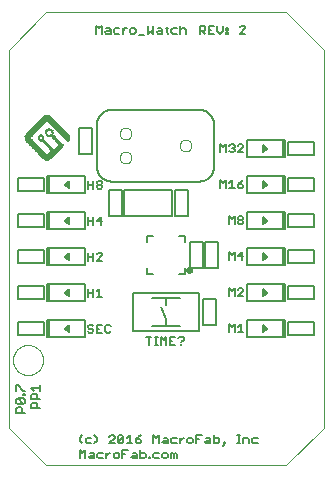
<source format=gto>
G75*
%MOIN*%
%OFA0B0*%
%FSLAX25Y25*%
%IPPOS*%
%LPD*%
%AMOC8*
5,1,8,0,0,1.08239X$1,22.5*
%
%ADD10C,0.00400*%
%ADD11C,0.00500*%
%ADD12R,0.01190X0.00062*%
%ADD13R,0.01560X0.00063*%
%ADD14R,0.01810X0.00062*%
%ADD15R,0.01940X0.00063*%
%ADD16R,0.02190X0.00062*%
%ADD17R,0.02310X0.00063*%
%ADD18R,0.02560X0.00062*%
%ADD19R,0.02690X0.00063*%
%ADD20R,0.02810X0.00062*%
%ADD21R,0.02940X0.00063*%
%ADD22R,0.03060X0.00062*%
%ADD23R,0.03190X0.00063*%
%ADD24R,0.03310X0.00062*%
%ADD25R,0.03440X0.00063*%
%ADD26R,0.03560X0.00062*%
%ADD27R,0.03690X0.00063*%
%ADD28R,0.03810X0.00062*%
%ADD29R,0.03940X0.00063*%
%ADD30R,0.04060X0.00062*%
%ADD31R,0.04190X0.00063*%
%ADD32R,0.04310X0.00062*%
%ADD33R,0.04440X0.00063*%
%ADD34R,0.04560X0.00062*%
%ADD35R,0.04690X0.00063*%
%ADD36R,0.04810X0.00062*%
%ADD37R,0.04940X0.00063*%
%ADD38R,0.05060X0.00062*%
%ADD39R,0.05190X0.00063*%
%ADD40R,0.05310X0.00062*%
%ADD41R,0.05440X0.00063*%
%ADD42R,0.05560X0.00062*%
%ADD43R,0.05690X0.00063*%
%ADD44R,0.05810X0.00062*%
%ADD45R,0.02620X0.00063*%
%ADD46R,0.02630X0.00063*%
%ADD47R,0.02620X0.00062*%
%ADD48R,0.02560X0.00063*%
%ADD49R,0.02570X0.00063*%
%ADD50R,0.02630X0.00062*%
%ADD51R,0.01440X0.00063*%
%ADD52R,0.02310X0.00063*%
%ADD53R,0.01440X0.00062*%
%ADD54R,0.02310X0.00062*%
%ADD55R,0.02320X0.00063*%
%ADD56R,0.01430X0.00062*%
%ADD57R,0.02250X0.00063*%
%ADD58R,0.02120X0.00062*%
%ADD59R,0.02000X0.00063*%
%ADD60R,0.01880X0.00062*%
%ADD61R,0.01750X0.00063*%
%ADD62R,0.01620X0.00062*%
%ADD63R,0.01630X0.00063*%
%ADD64R,0.01570X0.00062*%
%ADD65R,0.01560X0.00062*%
%ADD66R,0.01630X0.00062*%
%ADD67R,0.01620X0.00063*%
%ADD68R,0.00130X0.00063*%
%ADD69R,0.00250X0.00062*%
%ADD70R,0.00310X0.00063*%
%ADD71R,0.02500X0.00062*%
%ADD72R,0.02000X0.00062*%
%ADD73R,0.00440X0.00062*%
%ADD74R,0.02500X0.00063*%
%ADD75R,0.02070X0.00063*%
%ADD76R,0.00560X0.00063*%
%ADD77R,0.00620X0.00062*%
%ADD78R,0.02440X0.00063*%
%ADD79R,0.02190X0.00063*%
%ADD80R,0.00750X0.00063*%
%ADD81R,0.02430X0.00062*%
%ADD82R,0.02190X0.00062*%
%ADD83R,0.00880X0.00062*%
%ADD84R,0.00940X0.00063*%
%ADD85R,0.02380X0.00062*%
%ADD86R,0.01060X0.00062*%
%ADD87R,0.02380X0.00063*%
%ADD88R,0.02120X0.00063*%
%ADD89R,0.01120X0.00063*%
%ADD90R,0.02130X0.00062*%
%ADD91R,0.00810X0.00063*%
%ADD92R,0.01000X0.00063*%
%ADD93R,0.01310X0.00063*%
%ADD94R,0.02250X0.00062*%
%ADD95R,0.00690X0.00062*%
%ADD96R,0.01370X0.00062*%
%ADD97R,0.00690X0.00063*%
%ADD98R,0.01430X0.00063*%
%ADD99R,0.00690X0.00062*%
%ADD100R,0.00680X0.00062*%
%ADD101R,0.02060X0.00063*%
%ADD102R,0.00620X0.00063*%
%ADD103R,0.00690X0.00063*%
%ADD104R,0.01690X0.00062*%
%ADD105R,0.00560X0.00063*%
%ADD106R,0.01940X0.00062*%
%ADD107R,0.00560X0.00062*%
%ADD108R,0.01820X0.00062*%
%ADD109R,0.01880X0.00063*%
%ADD110R,0.02070X0.00062*%
%ADD111R,0.02130X0.00063*%
%ADD112R,0.00750X0.00062*%
%ADD113R,0.00930X0.00062*%
%ADD114R,0.02320X0.00062*%
%ADD115R,0.02680X0.00063*%
%ADD116R,0.02370X0.00062*%
%ADD117R,0.02690X0.00062*%
%ADD118R,0.02440X0.00062*%
%ADD119R,0.01810X0.00063*%
%ADD120R,0.02690X0.00063*%
%ADD121R,0.02430X0.00063*%
%ADD122R,0.02560X0.00063*%
%ADD123R,0.01440X0.00062*%
%ADD124R,0.02560X0.00062*%
%ADD125R,0.01120X0.00062*%
%ADD126R,0.01380X0.00062*%
%ADD127R,0.00880X0.00063*%
%ADD128R,0.00870X0.00063*%
%ADD129R,0.02680X0.00062*%
%ADD130R,0.00810X0.00062*%
%ADD131R,0.01000X0.00062*%
%ADD132R,0.00940X0.00063*%
%ADD133R,0.02750X0.00063*%
%ADD134R,0.02750X0.00062*%
%ADD135R,0.00810X0.00063*%
%ADD136R,0.02810X0.00063*%
%ADD137R,0.00630X0.00063*%
%ADD138R,0.00630X0.00062*%
%ADD139R,0.02820X0.00063*%
%ADD140R,0.00680X0.00063*%
%ADD141R,0.00820X0.00062*%
%ADD142R,0.00870X0.00062*%
%ADD143R,0.01070X0.00063*%
%ADD144R,0.02370X0.00063*%
%ADD145R,0.01870X0.00063*%
%ADD146R,0.01750X0.00062*%
%ADD147R,0.01500X0.00063*%
%ADD148R,0.01310X0.00062*%
%ADD149R,0.00500X0.00062*%
%ADD150R,0.02810X0.00062*%
%ADD151R,0.05630X0.00063*%
%ADD152R,0.05500X0.00062*%
%ADD153R,0.05370X0.00063*%
%ADD154R,0.05250X0.00062*%
%ADD155R,0.05130X0.00063*%
%ADD156R,0.05000X0.00062*%
%ADD157R,0.04870X0.00063*%
%ADD158R,0.04750X0.00062*%
%ADD159R,0.04630X0.00063*%
%ADD160R,0.04500X0.00062*%
%ADD161R,0.04370X0.00063*%
%ADD162R,0.04250X0.00062*%
%ADD163R,0.01130X0.00062*%
%ADD164C,0.00591*%
%ADD165C,0.00000*%
%ADD166C,0.00315*%
D10*
X0013750Y0001250D02*
X0001250Y0013750D01*
X0001250Y0139750D01*
X0013750Y0152250D01*
X0093750Y0152250D01*
X0106250Y0139750D01*
X0106250Y0013750D01*
X0093750Y0001250D01*
X0013750Y0001250D01*
D11*
X0025000Y0003500D02*
X0025000Y0006202D01*
X0025901Y0005302D01*
X0026802Y0006202D01*
X0026802Y0003500D01*
X0027947Y0003950D02*
X0028397Y0004401D01*
X0029748Y0004401D01*
X0029748Y0004851D02*
X0029748Y0003500D01*
X0028397Y0003500D01*
X0027947Y0003950D01*
X0028397Y0005302D02*
X0029298Y0005302D01*
X0029748Y0004851D01*
X0030893Y0004851D02*
X0030893Y0003950D01*
X0031343Y0003500D01*
X0032695Y0003500D01*
X0033840Y0003500D02*
X0033840Y0005302D01*
X0034740Y0005302D02*
X0033840Y0004401D01*
X0034740Y0005302D02*
X0035191Y0005302D01*
X0036295Y0004851D02*
X0036295Y0003950D01*
X0036745Y0003500D01*
X0037646Y0003500D01*
X0038097Y0003950D01*
X0038097Y0004851D01*
X0037646Y0005302D01*
X0036745Y0005302D01*
X0036295Y0004851D01*
X0036623Y0008500D02*
X0034822Y0008500D01*
X0036623Y0010302D01*
X0036623Y0010752D01*
X0036173Y0011202D01*
X0035272Y0011202D01*
X0034822Y0010752D01*
X0037768Y0010752D02*
X0037768Y0008950D01*
X0039570Y0010752D01*
X0039570Y0008950D01*
X0039119Y0008500D01*
X0038219Y0008500D01*
X0037768Y0008950D01*
X0039241Y0006202D02*
X0041043Y0006202D01*
X0040142Y0004851D02*
X0039241Y0004851D01*
X0039241Y0003500D02*
X0039241Y0006202D01*
X0040715Y0008500D02*
X0042516Y0008500D01*
X0041616Y0008500D02*
X0041616Y0011202D01*
X0040715Y0010302D01*
X0039570Y0010752D02*
X0039119Y0011202D01*
X0038219Y0011202D01*
X0037768Y0010752D01*
X0042638Y0005302D02*
X0043539Y0005302D01*
X0043990Y0004851D01*
X0043990Y0003500D01*
X0042638Y0003500D01*
X0042188Y0003950D01*
X0042638Y0004401D01*
X0043990Y0004401D01*
X0045135Y0005302D02*
X0046486Y0005302D01*
X0046936Y0004851D01*
X0046936Y0003950D01*
X0046486Y0003500D01*
X0045135Y0003500D01*
X0045135Y0006202D01*
X0045012Y0008500D02*
X0045463Y0008950D01*
X0045463Y0009401D01*
X0045012Y0009851D01*
X0043661Y0009851D01*
X0043661Y0008950D01*
X0044112Y0008500D01*
X0045012Y0008500D01*
X0043661Y0009851D02*
X0044562Y0010752D01*
X0045463Y0011202D01*
X0049554Y0011202D02*
X0049554Y0008500D01*
X0051356Y0008500D02*
X0051356Y0011202D01*
X0050455Y0010302D01*
X0049554Y0011202D01*
X0052501Y0008950D02*
X0052951Y0009401D01*
X0054302Y0009401D01*
X0054302Y0009851D02*
X0054302Y0008500D01*
X0052951Y0008500D01*
X0052501Y0008950D01*
X0052951Y0010302D02*
X0053852Y0010302D01*
X0054302Y0009851D01*
X0055447Y0009851D02*
X0055447Y0008950D01*
X0055898Y0008500D01*
X0057249Y0008500D01*
X0058394Y0008500D02*
X0058394Y0010302D01*
X0058394Y0009401D02*
X0059295Y0010302D01*
X0059745Y0010302D01*
X0060849Y0009851D02*
X0060849Y0008950D01*
X0061300Y0008500D01*
X0062200Y0008500D01*
X0062651Y0008950D01*
X0062651Y0009851D01*
X0062200Y0010302D01*
X0061300Y0010302D01*
X0060849Y0009851D01*
X0063796Y0009851D02*
X0064697Y0009851D01*
X0063796Y0011202D02*
X0065597Y0011202D01*
X0067193Y0010302D02*
X0068093Y0010302D01*
X0068544Y0009851D01*
X0068544Y0008500D01*
X0067193Y0008500D01*
X0066742Y0008950D01*
X0067193Y0009401D01*
X0068544Y0009401D01*
X0069689Y0010302D02*
X0071040Y0010302D01*
X0071490Y0009851D01*
X0071490Y0008950D01*
X0071040Y0008500D01*
X0069689Y0008500D01*
X0069689Y0011202D01*
X0073086Y0008950D02*
X0073086Y0008500D01*
X0073536Y0008500D01*
X0073536Y0008950D01*
X0073086Y0008950D01*
X0073536Y0008500D02*
X0072635Y0007599D01*
X0077546Y0008500D02*
X0078447Y0008500D01*
X0077997Y0008500D02*
X0077997Y0011202D01*
X0078447Y0011202D02*
X0077546Y0011202D01*
X0079511Y0010302D02*
X0080862Y0010302D01*
X0081312Y0009851D01*
X0081312Y0008500D01*
X0082457Y0008950D02*
X0082457Y0009851D01*
X0082907Y0010302D01*
X0084259Y0010302D01*
X0084259Y0008500D02*
X0082907Y0008500D01*
X0082457Y0008950D01*
X0079511Y0008500D02*
X0079511Y0010302D01*
X0063796Y0011202D02*
X0063796Y0008500D01*
X0057249Y0010302D02*
X0055898Y0010302D01*
X0055447Y0009851D01*
X0055447Y0005302D02*
X0055898Y0005302D01*
X0056348Y0004851D01*
X0056798Y0005302D01*
X0057249Y0004851D01*
X0057249Y0003500D01*
X0056348Y0003500D02*
X0056348Y0004851D01*
X0055447Y0005302D02*
X0055447Y0003500D01*
X0054302Y0003950D02*
X0054302Y0004851D01*
X0053852Y0005302D01*
X0052951Y0005302D01*
X0052501Y0004851D01*
X0052501Y0003950D01*
X0052951Y0003500D01*
X0053852Y0003500D01*
X0054302Y0003950D01*
X0051356Y0003500D02*
X0050005Y0003500D01*
X0049554Y0003950D01*
X0049554Y0004851D01*
X0050005Y0005302D01*
X0051356Y0005302D01*
X0048531Y0003950D02*
X0048531Y0003500D01*
X0048081Y0003500D01*
X0048081Y0003950D01*
X0048531Y0003950D01*
X0032695Y0005302D02*
X0031343Y0005302D01*
X0030893Y0004851D01*
X0029911Y0008500D02*
X0030812Y0009401D01*
X0030812Y0010302D01*
X0029911Y0011202D01*
X0028766Y0010302D02*
X0027415Y0010302D01*
X0026964Y0009851D01*
X0026964Y0008950D01*
X0027415Y0008500D01*
X0028766Y0008500D01*
X0025901Y0008500D02*
X0025000Y0009401D01*
X0025000Y0010302D01*
X0025901Y0011202D01*
X0011600Y0020160D02*
X0008898Y0020160D01*
X0008898Y0021512D01*
X0009348Y0021962D01*
X0010249Y0021962D01*
X0010699Y0021512D01*
X0010699Y0020160D01*
X0010699Y0023107D02*
X0010699Y0024458D01*
X0010249Y0024909D01*
X0009348Y0024909D01*
X0008898Y0024458D01*
X0008898Y0023107D01*
X0011600Y0023107D01*
X0011600Y0026053D02*
X0011600Y0027855D01*
X0011600Y0026954D02*
X0008898Y0026954D01*
X0009798Y0026053D01*
X0006600Y0026053D02*
X0006150Y0026053D01*
X0004348Y0027855D01*
X0003898Y0027855D01*
X0003898Y0026053D01*
X0004348Y0023435D02*
X0006150Y0021634D01*
X0006600Y0022084D01*
X0006600Y0022985D01*
X0006150Y0023435D01*
X0004348Y0023435D01*
X0003898Y0022985D01*
X0003898Y0022084D01*
X0004348Y0021634D01*
X0006150Y0021634D01*
X0005249Y0020489D02*
X0005699Y0020038D01*
X0005699Y0018687D01*
X0006600Y0018687D02*
X0003898Y0018687D01*
X0003898Y0020038D01*
X0004348Y0020489D01*
X0005249Y0020489D01*
X0006150Y0024580D02*
X0006150Y0025031D01*
X0006600Y0025031D01*
X0006600Y0024580D01*
X0006150Y0024580D01*
X0014057Y0043797D02*
X0014844Y0043797D01*
X0014844Y0049703D01*
X0014057Y0049703D01*
X0014057Y0043797D01*
X0014057Y0044122D02*
X0014844Y0044122D01*
X0014844Y0043797D02*
X0026656Y0043797D01*
X0026656Y0049703D01*
X0014844Y0049703D01*
X0014844Y0043797D01*
X0014844Y0044620D02*
X0014057Y0044620D01*
X0014057Y0045119D02*
X0014844Y0045119D01*
X0014844Y0045618D02*
X0014057Y0045618D01*
X0014057Y0046116D02*
X0014844Y0046116D01*
X0014844Y0046615D02*
X0014057Y0046615D01*
X0014057Y0047113D02*
X0014844Y0047113D01*
X0014844Y0047612D02*
X0014057Y0047612D01*
X0014057Y0048110D02*
X0014844Y0048110D01*
X0014844Y0048609D02*
X0014057Y0048609D01*
X0014057Y0049107D02*
X0014844Y0049107D01*
X0014844Y0049606D02*
X0014057Y0049606D01*
X0013081Y0048915D02*
X0004419Y0048915D01*
X0004419Y0044585D01*
X0013081Y0044585D01*
X0013081Y0048915D01*
X0014057Y0055797D02*
X0014844Y0055797D01*
X0014844Y0061703D01*
X0014057Y0061703D01*
X0014057Y0055797D01*
X0014057Y0056086D02*
X0014844Y0056086D01*
X0014844Y0055797D02*
X0026656Y0055797D01*
X0026656Y0061703D01*
X0014844Y0061703D01*
X0014844Y0055797D01*
X0014844Y0056585D02*
X0014057Y0056585D01*
X0014057Y0057083D02*
X0014844Y0057083D01*
X0014844Y0057582D02*
X0014057Y0057582D01*
X0014057Y0058080D02*
X0014844Y0058080D01*
X0014844Y0058579D02*
X0014057Y0058579D01*
X0014057Y0059077D02*
X0014844Y0059077D01*
X0014844Y0059576D02*
X0014057Y0059576D01*
X0014057Y0060074D02*
X0014844Y0060074D01*
X0014844Y0060573D02*
X0014057Y0060573D01*
X0014057Y0061071D02*
X0014844Y0061071D01*
X0014844Y0061570D02*
X0014057Y0061570D01*
X0013081Y0060915D02*
X0004419Y0060915D01*
X0004419Y0056585D01*
X0013081Y0056585D01*
X0013081Y0060915D01*
X0014057Y0067797D02*
X0014844Y0067797D01*
X0014844Y0073703D01*
X0014057Y0073703D01*
X0014057Y0067797D01*
X0014057Y0068051D02*
X0014844Y0068051D01*
X0014844Y0067797D02*
X0026656Y0067797D01*
X0026656Y0073703D01*
X0014844Y0073703D01*
X0014844Y0067797D01*
X0014844Y0068549D02*
X0014057Y0068549D01*
X0014057Y0069048D02*
X0014844Y0069048D01*
X0014844Y0069546D02*
X0014057Y0069546D01*
X0014057Y0070045D02*
X0014844Y0070045D01*
X0014844Y0070543D02*
X0014057Y0070543D01*
X0014057Y0071042D02*
X0014844Y0071042D01*
X0014844Y0071540D02*
X0014057Y0071540D01*
X0014057Y0072039D02*
X0014844Y0072039D01*
X0014844Y0072537D02*
X0014057Y0072537D01*
X0014057Y0073036D02*
X0014844Y0073036D01*
X0014844Y0073534D02*
X0014057Y0073534D01*
X0013081Y0072915D02*
X0004419Y0072915D01*
X0004419Y0068585D01*
X0013081Y0068585D01*
X0013081Y0072915D01*
X0014057Y0079797D02*
X0014844Y0079797D01*
X0014844Y0085703D01*
X0014057Y0085703D01*
X0014057Y0079797D01*
X0014057Y0080015D02*
X0014844Y0080015D01*
X0014844Y0079797D02*
X0026656Y0079797D01*
X0026656Y0085703D01*
X0014844Y0085703D01*
X0014844Y0079797D01*
X0014844Y0080513D02*
X0014057Y0080513D01*
X0014057Y0081012D02*
X0014844Y0081012D01*
X0014844Y0081510D02*
X0014057Y0081510D01*
X0014057Y0082009D02*
X0014844Y0082009D01*
X0014844Y0082507D02*
X0014057Y0082507D01*
X0014057Y0083006D02*
X0014844Y0083006D01*
X0014844Y0083504D02*
X0014057Y0083504D01*
X0014057Y0084003D02*
X0014844Y0084003D01*
X0014844Y0084501D02*
X0014057Y0084501D01*
X0014057Y0085000D02*
X0014844Y0085000D01*
X0014844Y0085498D02*
X0014057Y0085498D01*
X0013081Y0084915D02*
X0004419Y0084915D01*
X0004419Y0080585D01*
X0013081Y0080585D01*
X0013081Y0084915D01*
X0014057Y0091797D02*
X0014844Y0091797D01*
X0014844Y0097703D01*
X0014057Y0097703D01*
X0014057Y0091797D01*
X0014057Y0091979D02*
X0014844Y0091979D01*
X0014844Y0091797D02*
X0026656Y0091797D01*
X0026656Y0097703D01*
X0014844Y0097703D01*
X0014844Y0091797D01*
X0014844Y0092478D02*
X0014057Y0092478D01*
X0014057Y0092976D02*
X0014844Y0092976D01*
X0014844Y0093475D02*
X0014057Y0093475D01*
X0014057Y0093973D02*
X0014844Y0093973D01*
X0014844Y0094472D02*
X0014057Y0094472D01*
X0014057Y0094970D02*
X0014844Y0094970D01*
X0014844Y0095469D02*
X0014057Y0095469D01*
X0014057Y0095967D02*
X0014844Y0095967D01*
X0014844Y0096466D02*
X0014057Y0096466D01*
X0014057Y0096964D02*
X0014844Y0096964D01*
X0014844Y0097463D02*
X0014057Y0097463D01*
X0013081Y0096915D02*
X0004419Y0096915D01*
X0004419Y0092585D01*
X0013081Y0092585D01*
X0013081Y0096915D01*
X0020159Y0094750D02*
X0021341Y0093569D01*
X0021341Y0095931D01*
X0020159Y0094750D01*
X0020380Y0094970D02*
X0021341Y0094970D01*
X0021341Y0094472D02*
X0020438Y0094472D01*
X0020936Y0093973D02*
X0021341Y0093973D01*
X0021341Y0095469D02*
X0020878Y0095469D01*
X0027642Y0096033D02*
X0027642Y0093331D01*
X0027642Y0094682D02*
X0029443Y0094682D01*
X0030588Y0095132D02*
X0030588Y0095583D01*
X0031039Y0096033D01*
X0031939Y0096033D01*
X0032390Y0095583D01*
X0032390Y0095132D01*
X0031939Y0094682D01*
X0031039Y0094682D01*
X0030588Y0095132D01*
X0031039Y0094682D02*
X0030588Y0094231D01*
X0030588Y0093781D01*
X0031039Y0093331D01*
X0031939Y0093331D01*
X0032390Y0093781D01*
X0032390Y0094231D01*
X0031939Y0094682D01*
X0029443Y0096033D02*
X0029443Y0093331D01*
X0034585Y0093081D02*
X0034585Y0084419D01*
X0038915Y0084419D01*
X0038915Y0093081D01*
X0034585Y0093081D01*
X0035750Y0095750D02*
X0064750Y0095750D01*
X0064890Y0095752D01*
X0065030Y0095758D01*
X0065170Y0095768D01*
X0065310Y0095781D01*
X0065449Y0095799D01*
X0065588Y0095821D01*
X0065725Y0095846D01*
X0065863Y0095875D01*
X0065999Y0095908D01*
X0066134Y0095945D01*
X0066268Y0095986D01*
X0066401Y0096031D01*
X0066533Y0096079D01*
X0066663Y0096131D01*
X0066792Y0096186D01*
X0066919Y0096245D01*
X0067045Y0096308D01*
X0067169Y0096374D01*
X0067290Y0096443D01*
X0067410Y0096516D01*
X0067528Y0096593D01*
X0067643Y0096672D01*
X0067757Y0096755D01*
X0067867Y0096841D01*
X0067976Y0096930D01*
X0068082Y0097022D01*
X0068185Y0097117D01*
X0068286Y0097214D01*
X0068383Y0097315D01*
X0068478Y0097418D01*
X0068570Y0097524D01*
X0068659Y0097633D01*
X0068745Y0097743D01*
X0068828Y0097857D01*
X0068907Y0097972D01*
X0068984Y0098090D01*
X0069057Y0098210D01*
X0069126Y0098331D01*
X0069192Y0098455D01*
X0069255Y0098581D01*
X0069314Y0098708D01*
X0069369Y0098837D01*
X0069421Y0098967D01*
X0069469Y0099099D01*
X0069514Y0099232D01*
X0069555Y0099366D01*
X0069592Y0099501D01*
X0069625Y0099637D01*
X0069654Y0099775D01*
X0069679Y0099912D01*
X0069701Y0100051D01*
X0069719Y0100190D01*
X0069732Y0100330D01*
X0069742Y0100470D01*
X0069748Y0100610D01*
X0069750Y0100750D01*
X0069750Y0114750D01*
X0069748Y0114890D01*
X0069742Y0115030D01*
X0069732Y0115170D01*
X0069719Y0115310D01*
X0069701Y0115449D01*
X0069679Y0115588D01*
X0069654Y0115725D01*
X0069625Y0115863D01*
X0069592Y0115999D01*
X0069555Y0116134D01*
X0069514Y0116268D01*
X0069469Y0116401D01*
X0069421Y0116533D01*
X0069369Y0116663D01*
X0069314Y0116792D01*
X0069255Y0116919D01*
X0069192Y0117045D01*
X0069126Y0117169D01*
X0069057Y0117290D01*
X0068984Y0117410D01*
X0068907Y0117528D01*
X0068828Y0117643D01*
X0068745Y0117757D01*
X0068659Y0117867D01*
X0068570Y0117976D01*
X0068478Y0118082D01*
X0068383Y0118185D01*
X0068286Y0118286D01*
X0068185Y0118383D01*
X0068082Y0118478D01*
X0067976Y0118570D01*
X0067867Y0118659D01*
X0067757Y0118745D01*
X0067643Y0118828D01*
X0067528Y0118907D01*
X0067410Y0118984D01*
X0067290Y0119057D01*
X0067169Y0119126D01*
X0067045Y0119192D01*
X0066919Y0119255D01*
X0066792Y0119314D01*
X0066663Y0119369D01*
X0066533Y0119421D01*
X0066401Y0119469D01*
X0066268Y0119514D01*
X0066134Y0119555D01*
X0065999Y0119592D01*
X0065863Y0119625D01*
X0065725Y0119654D01*
X0065588Y0119679D01*
X0065449Y0119701D01*
X0065310Y0119719D01*
X0065170Y0119732D01*
X0065030Y0119742D01*
X0064890Y0119748D01*
X0064750Y0119750D01*
X0035750Y0119750D01*
X0035610Y0119748D01*
X0035470Y0119742D01*
X0035330Y0119732D01*
X0035190Y0119719D01*
X0035051Y0119701D01*
X0034912Y0119679D01*
X0034775Y0119654D01*
X0034637Y0119625D01*
X0034501Y0119592D01*
X0034366Y0119555D01*
X0034232Y0119514D01*
X0034099Y0119469D01*
X0033967Y0119421D01*
X0033837Y0119369D01*
X0033708Y0119314D01*
X0033581Y0119255D01*
X0033455Y0119192D01*
X0033331Y0119126D01*
X0033210Y0119057D01*
X0033090Y0118984D01*
X0032972Y0118907D01*
X0032857Y0118828D01*
X0032743Y0118745D01*
X0032633Y0118659D01*
X0032524Y0118570D01*
X0032418Y0118478D01*
X0032315Y0118383D01*
X0032214Y0118286D01*
X0032117Y0118185D01*
X0032022Y0118082D01*
X0031930Y0117976D01*
X0031841Y0117867D01*
X0031755Y0117757D01*
X0031672Y0117643D01*
X0031593Y0117528D01*
X0031516Y0117410D01*
X0031443Y0117290D01*
X0031374Y0117169D01*
X0031308Y0117045D01*
X0031245Y0116919D01*
X0031186Y0116792D01*
X0031131Y0116663D01*
X0031079Y0116533D01*
X0031031Y0116401D01*
X0030986Y0116268D01*
X0030945Y0116134D01*
X0030908Y0115999D01*
X0030875Y0115863D01*
X0030846Y0115725D01*
X0030821Y0115588D01*
X0030799Y0115449D01*
X0030781Y0115310D01*
X0030768Y0115170D01*
X0030758Y0115030D01*
X0030752Y0114890D01*
X0030750Y0114750D01*
X0030750Y0100750D01*
X0028915Y0104919D02*
X0028915Y0113581D01*
X0024585Y0113581D01*
X0024585Y0104919D01*
X0028915Y0104919D01*
X0030750Y0100750D02*
X0030752Y0100610D01*
X0030758Y0100470D01*
X0030768Y0100330D01*
X0030781Y0100190D01*
X0030799Y0100051D01*
X0030821Y0099912D01*
X0030846Y0099775D01*
X0030875Y0099637D01*
X0030908Y0099501D01*
X0030945Y0099366D01*
X0030986Y0099232D01*
X0031031Y0099099D01*
X0031079Y0098967D01*
X0031131Y0098837D01*
X0031186Y0098708D01*
X0031245Y0098581D01*
X0031308Y0098455D01*
X0031374Y0098331D01*
X0031443Y0098210D01*
X0031516Y0098090D01*
X0031593Y0097972D01*
X0031672Y0097857D01*
X0031755Y0097743D01*
X0031841Y0097633D01*
X0031930Y0097524D01*
X0032022Y0097418D01*
X0032117Y0097315D01*
X0032214Y0097214D01*
X0032315Y0097117D01*
X0032418Y0097022D01*
X0032524Y0096930D01*
X0032633Y0096841D01*
X0032743Y0096755D01*
X0032857Y0096672D01*
X0032972Y0096593D01*
X0033090Y0096516D01*
X0033210Y0096443D01*
X0033331Y0096374D01*
X0033455Y0096308D01*
X0033581Y0096245D01*
X0033708Y0096186D01*
X0033837Y0096131D01*
X0033967Y0096079D01*
X0034099Y0096031D01*
X0034232Y0095986D01*
X0034366Y0095945D01*
X0034501Y0095908D01*
X0034637Y0095875D01*
X0034775Y0095846D01*
X0034912Y0095821D01*
X0035051Y0095799D01*
X0035190Y0095781D01*
X0035330Y0095768D01*
X0035470Y0095758D01*
X0035610Y0095752D01*
X0035750Y0095750D01*
X0039876Y0093081D02*
X0039876Y0084419D01*
X0055624Y0084419D01*
X0055624Y0093081D01*
X0039876Y0093081D01*
X0032390Y0082682D02*
X0030588Y0082682D01*
X0031939Y0084033D01*
X0031939Y0081331D01*
X0029443Y0081331D02*
X0029443Y0084033D01*
X0029443Y0082682D02*
X0027642Y0082682D01*
X0027642Y0081331D02*
X0027642Y0084033D01*
X0021341Y0083931D02*
X0021341Y0081569D01*
X0020159Y0082750D01*
X0021341Y0083931D01*
X0021341Y0083504D02*
X0020914Y0083504D01*
X0021341Y0083006D02*
X0020415Y0083006D01*
X0020402Y0082507D02*
X0021341Y0082507D01*
X0021341Y0082009D02*
X0020901Y0082009D01*
X0021341Y0071931D02*
X0020159Y0070750D01*
X0021341Y0069569D01*
X0021341Y0071931D01*
X0021341Y0071540D02*
X0020950Y0071540D01*
X0021341Y0071042D02*
X0020451Y0071042D01*
X0020366Y0070543D02*
X0021341Y0070543D01*
X0021341Y0070045D02*
X0020865Y0070045D01*
X0027642Y0070682D02*
X0029443Y0070682D01*
X0029443Y0072033D02*
X0029443Y0069331D01*
X0030588Y0069331D02*
X0032390Y0071132D01*
X0032390Y0071583D01*
X0031939Y0072033D01*
X0031039Y0072033D01*
X0030588Y0071583D01*
X0030588Y0069331D02*
X0032390Y0069331D01*
X0027642Y0069331D02*
X0027642Y0072033D01*
X0027642Y0060033D02*
X0027642Y0057331D01*
X0027642Y0058682D02*
X0029443Y0058682D01*
X0030588Y0059132D02*
X0031489Y0060033D01*
X0031489Y0057331D01*
X0030588Y0057331D02*
X0032390Y0057331D01*
X0029443Y0057331D02*
X0029443Y0060033D01*
X0021341Y0059931D02*
X0021341Y0057569D01*
X0020159Y0058750D01*
X0021341Y0059931D01*
X0021341Y0059576D02*
X0020985Y0059576D01*
X0021341Y0059077D02*
X0020487Y0059077D01*
X0020331Y0058579D02*
X0021341Y0058579D01*
X0021341Y0058080D02*
X0020829Y0058080D01*
X0021328Y0057582D02*
X0021341Y0057582D01*
X0021341Y0047931D02*
X0021341Y0045569D01*
X0020159Y0046750D01*
X0021341Y0047931D01*
X0021341Y0047612D02*
X0021021Y0047612D01*
X0021341Y0047113D02*
X0020522Y0047113D01*
X0020295Y0046615D02*
X0021341Y0046615D01*
X0021341Y0046116D02*
X0020793Y0046116D01*
X0021292Y0045618D02*
X0021341Y0045618D01*
X0027642Y0045781D02*
X0028092Y0045331D01*
X0028993Y0045331D01*
X0029443Y0045781D01*
X0029443Y0046231D01*
X0028993Y0046682D01*
X0028092Y0046682D01*
X0027642Y0047132D01*
X0027642Y0047583D01*
X0028092Y0048033D01*
X0028993Y0048033D01*
X0029443Y0047583D01*
X0030588Y0048033D02*
X0030588Y0045331D01*
X0032390Y0045331D01*
X0033535Y0045781D02*
X0033535Y0047583D01*
X0033985Y0048033D01*
X0034886Y0048033D01*
X0035336Y0047583D01*
X0035336Y0045781D02*
X0034886Y0045331D01*
X0033985Y0045331D01*
X0033535Y0045781D01*
X0031489Y0046682D02*
X0030588Y0046682D01*
X0030588Y0048033D02*
X0032390Y0048033D01*
X0042726Y0045951D02*
X0042726Y0058549D01*
X0064774Y0058549D01*
X0064774Y0045951D01*
X0042726Y0045951D01*
X0047101Y0043976D02*
X0048903Y0043976D01*
X0048002Y0043976D02*
X0048002Y0041274D01*
X0050048Y0041274D02*
X0050948Y0041274D01*
X0050498Y0041274D02*
X0050498Y0043976D01*
X0050048Y0043976D02*
X0050948Y0043976D01*
X0052012Y0043976D02*
X0052913Y0043076D01*
X0053814Y0043976D01*
X0053814Y0041274D01*
X0054959Y0041274D02*
X0056760Y0041274D01*
X0055859Y0042625D02*
X0054959Y0042625D01*
X0054959Y0043976D02*
X0054959Y0041274D01*
X0054959Y0043976D02*
X0056760Y0043976D01*
X0057905Y0043526D02*
X0058355Y0043976D01*
X0059256Y0043976D01*
X0059707Y0043526D01*
X0059707Y0043076D01*
X0058806Y0042175D01*
X0058806Y0041724D02*
X0058806Y0041274D01*
X0058474Y0047526D02*
X0053750Y0047526D01*
X0053750Y0049888D01*
X0052175Y0053825D01*
X0053750Y0054612D02*
X0053750Y0056974D01*
X0058474Y0056974D01*
X0053750Y0056974D02*
X0049026Y0056974D01*
X0049026Y0047526D02*
X0053750Y0047526D01*
X0052012Y0043976D02*
X0052012Y0041274D01*
X0066085Y0047919D02*
X0070415Y0047919D01*
X0070415Y0056581D01*
X0066085Y0056581D01*
X0066085Y0047919D01*
X0074800Y0048172D02*
X0074800Y0045469D01*
X0075701Y0047271D02*
X0076601Y0048172D01*
X0076601Y0045469D01*
X0077746Y0045469D02*
X0079548Y0045469D01*
X0078647Y0045469D02*
X0078647Y0048172D01*
X0077746Y0047271D01*
X0075701Y0047271D02*
X0074800Y0048172D01*
X0080844Y0049703D02*
X0080844Y0043797D01*
X0092656Y0043797D01*
X0092656Y0049703D01*
X0093443Y0049703D01*
X0093443Y0043797D01*
X0092656Y0043797D01*
X0092656Y0049703D01*
X0080844Y0049703D01*
X0080844Y0055797D02*
X0092656Y0055797D01*
X0092656Y0061703D01*
X0093443Y0061703D01*
X0093443Y0055797D01*
X0092656Y0055797D01*
X0092656Y0061703D01*
X0080844Y0061703D01*
X0080844Y0055797D01*
X0079548Y0057469D02*
X0077746Y0057469D01*
X0079548Y0059271D01*
X0079548Y0059721D01*
X0079098Y0060172D01*
X0078197Y0060172D01*
X0077746Y0059721D01*
X0076601Y0060172D02*
X0076601Y0057469D01*
X0075701Y0059271D02*
X0076601Y0060172D01*
X0075701Y0059271D02*
X0074800Y0060172D01*
X0074800Y0057469D01*
X0070915Y0066919D02*
X0070915Y0075581D01*
X0066585Y0075581D01*
X0066585Y0066919D01*
X0070915Y0066919D01*
X0074800Y0069469D02*
X0074800Y0072172D01*
X0075701Y0071271D01*
X0076601Y0072172D01*
X0076601Y0069469D01*
X0077746Y0070820D02*
X0079548Y0070820D01*
X0079098Y0069469D02*
X0079098Y0072172D01*
X0077746Y0070820D01*
X0080844Y0073703D02*
X0080844Y0067797D01*
X0092656Y0067797D01*
X0092656Y0073703D01*
X0093443Y0073703D01*
X0093443Y0067797D01*
X0092656Y0067797D01*
X0092656Y0073703D01*
X0080844Y0073703D01*
X0080844Y0079797D02*
X0092656Y0079797D01*
X0092656Y0085703D01*
X0093443Y0085703D01*
X0093443Y0079797D01*
X0092656Y0079797D01*
X0092656Y0085703D01*
X0080844Y0085703D01*
X0080844Y0079797D01*
X0079098Y0081469D02*
X0078197Y0081469D01*
X0077746Y0081920D01*
X0077746Y0082370D01*
X0078197Y0082820D01*
X0079098Y0082820D01*
X0079548Y0082370D01*
X0079548Y0081920D01*
X0079098Y0081469D01*
X0079098Y0082820D02*
X0079548Y0083271D01*
X0079548Y0083721D01*
X0079098Y0084172D01*
X0078197Y0084172D01*
X0077746Y0083721D01*
X0077746Y0083271D01*
X0078197Y0082820D01*
X0076601Y0084172D02*
X0076601Y0081469D01*
X0075701Y0083271D02*
X0076601Y0084172D01*
X0075701Y0083271D02*
X0074800Y0084172D01*
X0074800Y0081469D01*
X0080844Y0091797D02*
X0092656Y0091797D01*
X0092656Y0097703D01*
X0093443Y0097703D01*
X0093443Y0091797D01*
X0092656Y0091797D01*
X0092656Y0097703D01*
X0080844Y0097703D01*
X0080844Y0091797D01*
X0079098Y0093469D02*
X0079548Y0093920D01*
X0079548Y0094370D01*
X0079098Y0094820D01*
X0077746Y0094820D01*
X0077746Y0093920D01*
X0078197Y0093469D01*
X0079098Y0093469D01*
X0077746Y0094820D02*
X0078647Y0095721D01*
X0079548Y0096172D01*
X0076601Y0093469D02*
X0074800Y0093469D01*
X0075701Y0093469D02*
X0075701Y0096172D01*
X0074800Y0095271D01*
X0073655Y0096172D02*
X0073655Y0093469D01*
X0071853Y0093469D02*
X0071853Y0096172D01*
X0072754Y0095271D01*
X0073655Y0096172D01*
X0073655Y0105469D02*
X0073655Y0108172D01*
X0072754Y0107271D01*
X0071853Y0108172D01*
X0071853Y0105469D01*
X0074800Y0105920D02*
X0075250Y0105469D01*
X0076151Y0105469D01*
X0076601Y0105920D01*
X0076601Y0106370D01*
X0076151Y0106820D01*
X0075701Y0106820D01*
X0076151Y0106820D02*
X0076601Y0107271D01*
X0076601Y0107721D01*
X0076151Y0108172D01*
X0075250Y0108172D01*
X0074800Y0107721D01*
X0077746Y0107721D02*
X0078197Y0108172D01*
X0079098Y0108172D01*
X0079548Y0107721D01*
X0079548Y0107271D01*
X0077746Y0105469D01*
X0079548Y0105469D01*
X0080844Y0103797D02*
X0092656Y0103797D01*
X0092656Y0109703D01*
X0093443Y0109703D01*
X0093443Y0103797D01*
X0092656Y0103797D01*
X0092656Y0109703D01*
X0080844Y0109703D01*
X0080844Y0103797D01*
X0086159Y0105569D02*
X0086159Y0107931D01*
X0087341Y0106750D01*
X0086159Y0105569D01*
X0086159Y0105937D02*
X0086528Y0105937D01*
X0086159Y0106436D02*
X0087026Y0106436D01*
X0087156Y0106934D02*
X0086159Y0106934D01*
X0086159Y0107433D02*
X0086658Y0107433D01*
X0092656Y0107433D02*
X0093443Y0107433D01*
X0093443Y0107931D02*
X0092656Y0107931D01*
X0092656Y0108430D02*
X0093443Y0108430D01*
X0093443Y0108928D02*
X0092656Y0108928D01*
X0092656Y0109427D02*
X0093443Y0109427D01*
X0094419Y0108915D02*
X0103081Y0108915D01*
X0103081Y0104585D01*
X0094419Y0104585D01*
X0094419Y0108915D01*
X0093443Y0106934D02*
X0092656Y0106934D01*
X0092656Y0106436D02*
X0093443Y0106436D01*
X0093443Y0105937D02*
X0092656Y0105937D01*
X0092656Y0105439D02*
X0093443Y0105439D01*
X0093443Y0104940D02*
X0092656Y0104940D01*
X0092656Y0104442D02*
X0093443Y0104442D01*
X0093443Y0103943D02*
X0092656Y0103943D01*
X0092656Y0097463D02*
X0093443Y0097463D01*
X0093443Y0096964D02*
X0092656Y0096964D01*
X0092656Y0096466D02*
X0093443Y0096466D01*
X0093443Y0095967D02*
X0092656Y0095967D01*
X0092656Y0095469D02*
X0093443Y0095469D01*
X0093443Y0094970D02*
X0092656Y0094970D01*
X0092656Y0094472D02*
X0093443Y0094472D01*
X0093443Y0093973D02*
X0092656Y0093973D01*
X0092656Y0093475D02*
X0093443Y0093475D01*
X0093443Y0092976D02*
X0092656Y0092976D01*
X0092656Y0092478D02*
X0093443Y0092478D01*
X0093443Y0091979D02*
X0092656Y0091979D01*
X0094419Y0092585D02*
X0103081Y0092585D01*
X0103081Y0096915D01*
X0094419Y0096915D01*
X0094419Y0092585D01*
X0093443Y0085498D02*
X0092656Y0085498D01*
X0092656Y0085000D02*
X0093443Y0085000D01*
X0093443Y0084501D02*
X0092656Y0084501D01*
X0092656Y0084003D02*
X0093443Y0084003D01*
X0093443Y0083504D02*
X0092656Y0083504D01*
X0092656Y0083006D02*
X0093443Y0083006D01*
X0093443Y0082507D02*
X0092656Y0082507D01*
X0092656Y0082009D02*
X0093443Y0082009D01*
X0093443Y0081510D02*
X0092656Y0081510D01*
X0092656Y0081012D02*
X0093443Y0081012D01*
X0093443Y0080513D02*
X0092656Y0080513D01*
X0092656Y0080015D02*
X0093443Y0080015D01*
X0094419Y0080585D02*
X0103081Y0080585D01*
X0103081Y0084915D01*
X0094419Y0084915D01*
X0094419Y0080585D01*
X0093443Y0073534D02*
X0092656Y0073534D01*
X0092656Y0073036D02*
X0093443Y0073036D01*
X0093443Y0072537D02*
X0092656Y0072537D01*
X0092656Y0072039D02*
X0093443Y0072039D01*
X0093443Y0071540D02*
X0092656Y0071540D01*
X0092656Y0071042D02*
X0093443Y0071042D01*
X0093443Y0070543D02*
X0092656Y0070543D01*
X0092656Y0070045D02*
X0093443Y0070045D01*
X0093443Y0069546D02*
X0092656Y0069546D01*
X0092656Y0069048D02*
X0093443Y0069048D01*
X0093443Y0068549D02*
X0092656Y0068549D01*
X0092656Y0068051D02*
X0093443Y0068051D01*
X0094419Y0068585D02*
X0103081Y0068585D01*
X0103081Y0072915D01*
X0094419Y0072915D01*
X0094419Y0068585D01*
X0093443Y0061570D02*
X0092656Y0061570D01*
X0092656Y0061071D02*
X0093443Y0061071D01*
X0093443Y0060573D02*
X0092656Y0060573D01*
X0092656Y0060074D02*
X0093443Y0060074D01*
X0093443Y0059576D02*
X0092656Y0059576D01*
X0092656Y0059077D02*
X0093443Y0059077D01*
X0093443Y0058579D02*
X0092656Y0058579D01*
X0092656Y0058080D02*
X0093443Y0058080D01*
X0093443Y0057582D02*
X0092656Y0057582D01*
X0092656Y0057083D02*
X0093443Y0057083D01*
X0093443Y0056585D02*
X0092656Y0056585D01*
X0092656Y0056086D02*
X0093443Y0056086D01*
X0094419Y0056585D02*
X0103081Y0056585D01*
X0103081Y0060915D01*
X0094419Y0060915D01*
X0094419Y0056585D01*
X0093443Y0049606D02*
X0092656Y0049606D01*
X0092656Y0049107D02*
X0093443Y0049107D01*
X0093443Y0048609D02*
X0092656Y0048609D01*
X0092656Y0048110D02*
X0093443Y0048110D01*
X0093443Y0047612D02*
X0092656Y0047612D01*
X0092656Y0047113D02*
X0093443Y0047113D01*
X0093443Y0046615D02*
X0092656Y0046615D01*
X0092656Y0046116D02*
X0093443Y0046116D01*
X0093443Y0045618D02*
X0092656Y0045618D01*
X0092656Y0045119D02*
X0093443Y0045119D01*
X0093443Y0044620D02*
X0092656Y0044620D01*
X0092656Y0044122D02*
X0093443Y0044122D01*
X0094419Y0044585D02*
X0103081Y0044585D01*
X0103081Y0048915D01*
X0094419Y0048915D01*
X0094419Y0044585D01*
X0087341Y0046750D02*
X0086159Y0047931D01*
X0086159Y0045569D01*
X0087341Y0046750D01*
X0087205Y0046615D02*
X0086159Y0046615D01*
X0086159Y0047113D02*
X0086978Y0047113D01*
X0086479Y0047612D02*
X0086159Y0047612D01*
X0086159Y0046116D02*
X0086707Y0046116D01*
X0086208Y0045618D02*
X0086159Y0045618D01*
X0086159Y0057569D02*
X0086159Y0059931D01*
X0087341Y0058750D01*
X0086159Y0057569D01*
X0086159Y0057582D02*
X0086172Y0057582D01*
X0086159Y0058080D02*
X0086671Y0058080D01*
X0087169Y0058579D02*
X0086159Y0058579D01*
X0086159Y0059077D02*
X0087013Y0059077D01*
X0086515Y0059576D02*
X0086159Y0059576D01*
X0086159Y0069569D02*
X0086159Y0071931D01*
X0087341Y0070750D01*
X0086159Y0069569D01*
X0086159Y0070045D02*
X0086635Y0070045D01*
X0086159Y0070543D02*
X0087134Y0070543D01*
X0087049Y0071042D02*
X0086159Y0071042D01*
X0086159Y0071540D02*
X0086550Y0071540D01*
X0086159Y0081569D02*
X0086159Y0083931D01*
X0087341Y0082750D01*
X0086159Y0081569D01*
X0086159Y0082009D02*
X0086599Y0082009D01*
X0086159Y0082507D02*
X0087098Y0082507D01*
X0087085Y0083006D02*
X0086159Y0083006D01*
X0086159Y0083504D02*
X0086586Y0083504D01*
X0086159Y0093569D02*
X0086159Y0095931D01*
X0087341Y0094750D01*
X0086159Y0093569D01*
X0086159Y0093973D02*
X0086564Y0093973D01*
X0086159Y0094472D02*
X0087062Y0094472D01*
X0087120Y0094970D02*
X0086159Y0094970D01*
X0086159Y0095469D02*
X0086622Y0095469D01*
X0065915Y0075581D02*
X0065915Y0066919D01*
X0061585Y0066919D01*
X0061585Y0075581D01*
X0065915Y0075581D01*
X0060915Y0084419D02*
X0060915Y0093081D01*
X0056585Y0093081D01*
X0056585Y0084419D01*
X0060915Y0084419D01*
X0061624Y0066919D02*
X0061420Y0066892D01*
X0061230Y0066814D01*
X0061067Y0066689D01*
X0060942Y0066526D01*
X0060863Y0066336D01*
X0060837Y0066132D01*
X0060863Y0065928D01*
X0060942Y0065738D01*
X0061067Y0065575D01*
X0061230Y0065450D01*
X0061420Y0065371D01*
X0061624Y0065344D01*
X0061828Y0065371D01*
X0062018Y0065450D01*
X0062181Y0065575D01*
X0062306Y0065738D01*
X0062385Y0065928D01*
X0062411Y0066132D01*
X0062385Y0066336D01*
X0062306Y0066526D01*
X0062181Y0066689D01*
X0062018Y0066814D01*
X0061828Y0066892D01*
X0061624Y0066919D01*
X0060965Y0066555D02*
X0062283Y0066555D01*
X0062401Y0066056D02*
X0060847Y0066056D01*
X0061090Y0065558D02*
X0062158Y0065558D01*
X0060293Y0145000D02*
X0060293Y0146351D01*
X0059843Y0146802D01*
X0058942Y0146802D01*
X0058492Y0146351D01*
X0057347Y0146802D02*
X0055996Y0146802D01*
X0055545Y0146351D01*
X0055545Y0145450D01*
X0055996Y0145000D01*
X0057347Y0145000D01*
X0058492Y0145000D02*
X0058492Y0147702D01*
X0054482Y0146802D02*
X0053581Y0146802D01*
X0054031Y0147252D02*
X0054031Y0145450D01*
X0054482Y0145000D01*
X0052436Y0145000D02*
X0051085Y0145000D01*
X0050635Y0145450D01*
X0051085Y0145901D01*
X0052436Y0145901D01*
X0052436Y0146351D02*
X0052436Y0145000D01*
X0052436Y0146351D02*
X0051986Y0146802D01*
X0051085Y0146802D01*
X0049490Y0147702D02*
X0049490Y0145000D01*
X0048589Y0145901D01*
X0047688Y0145000D01*
X0047688Y0147702D01*
X0046543Y0144550D02*
X0044741Y0144550D01*
X0043597Y0145450D02*
X0043597Y0146351D01*
X0043146Y0146802D01*
X0042245Y0146802D01*
X0041795Y0146351D01*
X0041795Y0145450D01*
X0042245Y0145000D01*
X0043146Y0145000D01*
X0043597Y0145450D01*
X0040691Y0146802D02*
X0040240Y0146802D01*
X0039340Y0145901D01*
X0039340Y0145000D02*
X0039340Y0146802D01*
X0038195Y0146802D02*
X0036843Y0146802D01*
X0036393Y0146351D01*
X0036393Y0145450D01*
X0036843Y0145000D01*
X0038195Y0145000D01*
X0035248Y0145000D02*
X0033897Y0145000D01*
X0033447Y0145450D01*
X0033897Y0145901D01*
X0035248Y0145901D01*
X0035248Y0146351D02*
X0035248Y0145000D01*
X0035248Y0146351D02*
X0034798Y0146802D01*
X0033897Y0146802D01*
X0032302Y0147702D02*
X0032302Y0145000D01*
X0031401Y0146802D02*
X0032302Y0147702D01*
X0031401Y0146802D02*
X0030500Y0147702D01*
X0030500Y0145000D01*
X0065000Y0145000D02*
X0065000Y0147702D01*
X0066351Y0147702D01*
X0066802Y0147252D01*
X0066802Y0146351D01*
X0066351Y0145901D01*
X0065000Y0145901D01*
X0065901Y0145901D02*
X0066802Y0145000D01*
X0067947Y0145000D02*
X0069748Y0145000D01*
X0070893Y0145901D02*
X0071794Y0145000D01*
X0072695Y0145901D01*
X0072695Y0147702D01*
X0073840Y0146802D02*
X0073840Y0146351D01*
X0074290Y0146351D01*
X0074290Y0146802D01*
X0073840Y0146802D01*
X0073840Y0145450D02*
X0073840Y0145000D01*
X0074290Y0145000D01*
X0074290Y0145450D01*
X0073840Y0145450D01*
X0070893Y0145901D02*
X0070893Y0147702D01*
X0069748Y0147702D02*
X0067947Y0147702D01*
X0067947Y0145000D01*
X0067947Y0146351D02*
X0068847Y0146351D01*
X0078259Y0147252D02*
X0078710Y0147702D01*
X0079610Y0147702D01*
X0080061Y0147252D01*
X0080061Y0146802D01*
X0078259Y0145000D01*
X0080061Y0145000D01*
D12*
X0020935Y0109500D03*
X0014185Y0102750D03*
D13*
X0014190Y0102812D03*
X0018560Y0108062D03*
X0017940Y0108687D03*
X0017810Y0108812D03*
X0017190Y0109437D03*
X0017060Y0109562D03*
X0016810Y0109812D03*
X0016690Y0109937D03*
X0016560Y0110062D03*
X0016440Y0110187D03*
X0016310Y0110312D03*
X0012060Y0110812D03*
D14*
X0014185Y0102875D03*
D15*
X0014190Y0102937D03*
X0012060Y0110562D03*
X0007690Y0110062D03*
X0007690Y0109937D03*
X0014190Y0117437D03*
D16*
X0014185Y0117375D03*
X0020565Y0110375D03*
X0014185Y0103000D03*
D17*
X0014185Y0103062D03*
X0014185Y0117312D03*
D18*
X0008060Y0110875D03*
X0008440Y0108875D03*
X0008560Y0108750D03*
X0008690Y0108625D03*
X0008810Y0108500D03*
X0008940Y0108375D03*
X0009060Y0108250D03*
X0009190Y0108125D03*
X0009310Y0108000D03*
X0009440Y0107875D03*
X0009560Y0107750D03*
X0009690Y0107625D03*
X0009810Y0107500D03*
X0009940Y0107375D03*
X0010060Y0107250D03*
X0010190Y0107125D03*
X0010440Y0106875D03*
X0010560Y0106750D03*
X0010690Y0106625D03*
X0010810Y0106500D03*
X0010940Y0106375D03*
X0011190Y0106125D03*
X0011310Y0106000D03*
X0011440Y0105875D03*
X0011560Y0105750D03*
X0011690Y0105625D03*
X0011940Y0105375D03*
X0012060Y0105250D03*
X0012190Y0105125D03*
X0012310Y0105000D03*
X0014190Y0103125D03*
X0015940Y0104875D03*
X0016060Y0105000D03*
X0016190Y0105125D03*
X0016310Y0105250D03*
X0016440Y0105375D03*
X0016560Y0105500D03*
X0016690Y0105625D03*
D19*
X0016815Y0105812D03*
X0014185Y0103187D03*
X0008315Y0111187D03*
D20*
X0008565Y0111500D03*
X0008685Y0111625D03*
X0008815Y0111750D03*
X0008935Y0111875D03*
X0009065Y0112000D03*
X0009185Y0112125D03*
X0009315Y0112250D03*
X0009435Y0112375D03*
X0009565Y0112500D03*
X0009685Y0112625D03*
X0009815Y0112750D03*
X0009935Y0112875D03*
X0010065Y0113000D03*
X0010185Y0113125D03*
X0010315Y0113250D03*
X0010435Y0113375D03*
X0010565Y0113500D03*
X0010685Y0113625D03*
X0010815Y0113750D03*
X0010935Y0113875D03*
X0011065Y0114000D03*
X0011185Y0114125D03*
X0011315Y0114250D03*
X0011435Y0114375D03*
X0011565Y0114500D03*
X0011685Y0114625D03*
X0011815Y0114750D03*
X0011935Y0114875D03*
X0012065Y0115000D03*
X0012185Y0115125D03*
X0012315Y0115250D03*
X0012435Y0115375D03*
X0012685Y0115625D03*
X0014185Y0117125D03*
X0016815Y0105875D03*
X0014185Y0103250D03*
D21*
X0014190Y0103312D03*
X0016810Y0105937D03*
X0014190Y0117062D03*
D22*
X0014190Y0117000D03*
X0016810Y0106000D03*
X0014190Y0103375D03*
D23*
X0014185Y0103437D03*
X0016815Y0106062D03*
X0014185Y0116937D03*
D24*
X0014185Y0116875D03*
X0016815Y0106125D03*
X0014185Y0103500D03*
D25*
X0014190Y0103562D03*
X0016810Y0106187D03*
X0014190Y0116812D03*
D26*
X0014190Y0116750D03*
X0016810Y0106250D03*
X0014190Y0103625D03*
D27*
X0014185Y0103687D03*
X0016815Y0106312D03*
X0014185Y0116687D03*
D28*
X0014185Y0116625D03*
X0016815Y0106375D03*
X0014185Y0103750D03*
D29*
X0014190Y0103812D03*
X0014190Y0116562D03*
D30*
X0014190Y0116500D03*
X0014190Y0103875D03*
D31*
X0014185Y0103937D03*
X0014185Y0116437D03*
D32*
X0014185Y0104000D03*
D33*
X0014190Y0104062D03*
D34*
X0014190Y0104125D03*
D35*
X0014185Y0104187D03*
D36*
X0014185Y0104250D03*
D37*
X0014190Y0104312D03*
D38*
X0014190Y0104375D03*
D39*
X0014185Y0104437D03*
D40*
X0014185Y0104500D03*
D41*
X0014190Y0104562D03*
D42*
X0014190Y0104625D03*
D43*
X0014185Y0104687D03*
D44*
X0014185Y0104750D03*
D45*
X0012530Y0104812D03*
X0011780Y0105562D03*
X0011030Y0106312D03*
X0008220Y0111062D03*
X0020220Y0110937D03*
D46*
X0015845Y0104812D03*
X0012405Y0104937D03*
X0011155Y0106187D03*
X0010405Y0106937D03*
X0008095Y0110937D03*
X0014155Y0117187D03*
D47*
X0016780Y0105750D03*
X0012470Y0104875D03*
D48*
X0012250Y0105062D03*
X0012000Y0105312D03*
X0011500Y0105812D03*
X0011250Y0106062D03*
X0010750Y0106562D03*
X0010500Y0106812D03*
X0010250Y0107062D03*
X0010000Y0107312D03*
X0009750Y0107562D03*
X0009500Y0107812D03*
X0009250Y0108062D03*
X0009000Y0108312D03*
X0008750Y0108562D03*
X0008500Y0108812D03*
X0016000Y0104937D03*
X0016250Y0105187D03*
X0016500Y0105437D03*
X0016750Y0105687D03*
D49*
X0016625Y0105562D03*
X0016375Y0105312D03*
X0016125Y0105062D03*
X0012125Y0105187D03*
X0011875Y0105437D03*
X0011625Y0105687D03*
X0011375Y0105937D03*
X0010875Y0106437D03*
X0010625Y0106687D03*
X0010125Y0107187D03*
X0009875Y0107437D03*
X0009625Y0107687D03*
X0009375Y0107937D03*
X0009125Y0108187D03*
X0008875Y0108437D03*
X0008625Y0108687D03*
X0008375Y0108937D03*
D50*
X0008155Y0111000D03*
X0010345Y0107000D03*
X0011095Y0106250D03*
X0011845Y0105500D03*
X0015595Y0110500D03*
X0020155Y0111000D03*
D51*
X0015440Y0106562D03*
X0015560Y0106437D03*
X0015310Y0106687D03*
X0015190Y0106812D03*
X0015060Y0106937D03*
X0014940Y0107062D03*
X0014810Y0107187D03*
X0014690Y0107312D03*
X0014560Y0107437D03*
X0014440Y0107562D03*
X0014310Y0107687D03*
X0014190Y0107812D03*
X0014060Y0107937D03*
X0013940Y0108062D03*
X0013810Y0108187D03*
X0013690Y0108312D03*
X0013560Y0108437D03*
X0013440Y0108562D03*
X0013310Y0108687D03*
X0013190Y0108812D03*
X0013060Y0108937D03*
X0014190Y0117562D03*
D52*
X0007875Y0110562D03*
X0017625Y0106437D03*
X0017875Y0106687D03*
X0018125Y0106937D03*
X0018375Y0107187D03*
X0018625Y0107437D03*
D53*
X0015500Y0106500D03*
X0015250Y0106750D03*
X0015000Y0107000D03*
X0014750Y0107250D03*
X0014500Y0107500D03*
X0014250Y0107750D03*
X0014000Y0108000D03*
X0013750Y0108250D03*
X0013500Y0108500D03*
X0013250Y0108750D03*
D54*
X0017685Y0106500D03*
X0017815Y0106625D03*
X0017935Y0106750D03*
X0018065Y0106875D03*
X0018185Y0107000D03*
X0018315Y0107125D03*
X0018435Y0107250D03*
X0018565Y0107375D03*
X0018685Y0107500D03*
X0007935Y0109500D03*
D55*
X0017750Y0106562D03*
X0018000Y0106812D03*
X0018250Y0107062D03*
X0018500Y0107312D03*
D56*
X0015375Y0106625D03*
X0015125Y0106875D03*
X0014875Y0107125D03*
X0014625Y0107375D03*
X0014375Y0107625D03*
X0014125Y0107875D03*
X0013875Y0108125D03*
X0013625Y0108375D03*
X0013375Y0108625D03*
X0013125Y0108875D03*
D57*
X0007905Y0109562D03*
X0018715Y0107562D03*
X0020535Y0110437D03*
D58*
X0018720Y0107625D03*
X0012530Y0109125D03*
X0012280Y0109375D03*
X0007780Y0109750D03*
X0007780Y0110375D03*
D59*
X0007720Y0110187D03*
X0018720Y0107687D03*
X0020660Y0110187D03*
D60*
X0018720Y0107750D03*
D61*
X0018715Y0107812D03*
X0020785Y0109937D03*
D62*
X0018720Y0107875D03*
X0018220Y0108375D03*
X0017970Y0108625D03*
X0017720Y0108875D03*
X0017470Y0109125D03*
X0016970Y0109625D03*
D63*
X0016905Y0109687D03*
X0017405Y0109187D03*
X0017655Y0108937D03*
X0018155Y0108437D03*
X0018405Y0108187D03*
X0018655Y0107937D03*
X0020845Y0109812D03*
D64*
X0020875Y0109750D03*
X0018625Y0108000D03*
X0017875Y0108750D03*
X0017125Y0109500D03*
X0016625Y0110000D03*
X0016375Y0110250D03*
D65*
X0016250Y0110375D03*
X0016500Y0110125D03*
X0016750Y0109875D03*
X0017250Y0109375D03*
X0018500Y0108125D03*
D66*
X0018345Y0108250D03*
X0018095Y0108500D03*
X0017595Y0109000D03*
X0017345Y0109250D03*
X0016845Y0109750D03*
D67*
X0017280Y0109312D03*
X0017530Y0109062D03*
X0018030Y0108562D03*
X0018280Y0108312D03*
D68*
X0021095Y0108812D03*
D69*
X0021095Y0108875D03*
D70*
X0021065Y0108937D03*
D71*
X0020340Y0110750D03*
X0014160Y0117250D03*
X0007970Y0110750D03*
X0008220Y0109125D03*
X0008340Y0109000D03*
D72*
X0007720Y0109875D03*
X0007720Y0110250D03*
X0012720Y0109000D03*
X0014910Y0112750D03*
D73*
X0021060Y0109000D03*
D74*
X0015720Y0110437D03*
X0008280Y0109062D03*
X0008030Y0110812D03*
D75*
X0012625Y0109062D03*
D76*
X0021060Y0109062D03*
D77*
X0021030Y0109125D03*
X0012030Y0111125D03*
X0011280Y0110250D03*
X0011280Y0109875D03*
D78*
X0008190Y0109187D03*
X0008060Y0109312D03*
X0007940Y0110687D03*
D79*
X0007815Y0110437D03*
X0007815Y0109687D03*
X0012315Y0109312D03*
X0012435Y0109187D03*
D80*
X0012715Y0109687D03*
X0012785Y0110312D03*
X0014035Y0111187D03*
X0013965Y0112187D03*
X0015905Y0112062D03*
X0015965Y0111562D03*
X0021035Y0109187D03*
D81*
X0008125Y0109250D03*
D82*
X0012375Y0109250D03*
D83*
X0012720Y0109625D03*
X0011470Y0110500D03*
X0015720Y0112375D03*
X0021030Y0109250D03*
D84*
X0021000Y0109312D03*
D85*
X0008030Y0109375D03*
D86*
X0014250Y0111000D03*
X0021000Y0109375D03*
D87*
X0020470Y0110562D03*
X0007970Y0109437D03*
D88*
X0012220Y0109437D03*
D89*
X0015780Y0111062D03*
X0020970Y0109437D03*
D90*
X0012155Y0109500D03*
D91*
X0011435Y0109562D03*
X0012685Y0110437D03*
D92*
X0012660Y0109562D03*
X0014160Y0112437D03*
X0014910Y0113062D03*
D93*
X0012065Y0110937D03*
X0020935Y0109562D03*
D94*
X0014905Y0112625D03*
X0007845Y0110500D03*
X0007845Y0109625D03*
D95*
X0011375Y0109625D03*
X0013875Y0111500D03*
X0013875Y0112000D03*
D96*
X0020905Y0109625D03*
D97*
X0013875Y0111437D03*
X0013875Y0111937D03*
X0013875Y0112062D03*
X0011375Y0110437D03*
X0011375Y0109687D03*
D98*
X0020875Y0109687D03*
D99*
X0015935Y0111500D03*
X0015935Y0112000D03*
X0013935Y0111375D03*
X0012815Y0110250D03*
X0012815Y0110125D03*
X0012815Y0110000D03*
X0012815Y0109875D03*
X0011315Y0109750D03*
X0011315Y0110375D03*
D100*
X0012750Y0109750D03*
X0016000Y0111625D03*
X0016000Y0111750D03*
D101*
X0007750Y0110312D03*
X0007750Y0109812D03*
D102*
X0011280Y0109812D03*
X0011280Y0110187D03*
D103*
X0011315Y0110312D03*
X0012815Y0110187D03*
X0012815Y0110062D03*
X0012815Y0109937D03*
X0012815Y0109812D03*
X0013935Y0111312D03*
X0015935Y0111437D03*
X0015935Y0111937D03*
D104*
X0012065Y0110750D03*
X0014185Y0117500D03*
X0020815Y0109875D03*
D105*
X0011250Y0109937D03*
X0011250Y0110062D03*
D106*
X0012060Y0110625D03*
X0007690Y0110125D03*
X0007690Y0110000D03*
X0020690Y0110125D03*
D107*
X0011250Y0110125D03*
X0011250Y0110000D03*
D108*
X0020750Y0110000D03*
D109*
X0020720Y0110062D03*
D110*
X0020625Y0110250D03*
D111*
X0020595Y0110312D03*
X0014905Y0112687D03*
D112*
X0013905Y0112125D03*
X0013965Y0111250D03*
X0012715Y0110375D03*
X0015905Y0111375D03*
X0015965Y0111875D03*
X0015905Y0112125D03*
D113*
X0012625Y0110500D03*
D114*
X0020500Y0110500D03*
D115*
X0015500Y0110562D03*
X0015250Y0110812D03*
D116*
X0014905Y0112500D03*
X0007905Y0110625D03*
D117*
X0015185Y0110875D03*
X0015315Y0110750D03*
X0015435Y0110625D03*
X0020065Y0111125D03*
D118*
X0020440Y0110625D03*
D119*
X0012065Y0110687D03*
D120*
X0015125Y0110937D03*
X0015375Y0110687D03*
X0020125Y0111062D03*
D121*
X0020375Y0110687D03*
D122*
X0020310Y0110812D03*
D123*
X0012060Y0110875D03*
D124*
X0020250Y0110875D03*
D125*
X0012030Y0111000D03*
D126*
X0015720Y0111000D03*
D127*
X0015780Y0112312D03*
X0014030Y0112312D03*
X0012030Y0111062D03*
D128*
X0014155Y0111062D03*
D129*
X0020000Y0111250D03*
X0008250Y0111125D03*
D130*
X0014065Y0111125D03*
X0015815Y0111250D03*
X0015815Y0112250D03*
D131*
X0015780Y0111125D03*
D132*
X0015810Y0111187D03*
D133*
X0017965Y0113312D03*
X0017845Y0113437D03*
X0017715Y0113562D03*
X0017595Y0113687D03*
X0017465Y0113812D03*
X0017345Y0113937D03*
X0017215Y0114062D03*
X0017095Y0114187D03*
X0016965Y0114312D03*
X0016845Y0114437D03*
X0016715Y0114562D03*
X0016595Y0114687D03*
X0016465Y0114812D03*
X0016345Y0114937D03*
X0016215Y0115062D03*
X0016095Y0115187D03*
X0015965Y0115312D03*
X0015845Y0115437D03*
X0015715Y0115562D03*
X0018095Y0113187D03*
X0018215Y0113062D03*
X0018345Y0112937D03*
X0018465Y0112812D03*
X0018595Y0112687D03*
X0018715Y0112562D03*
X0018845Y0112437D03*
X0018965Y0112312D03*
X0019095Y0112187D03*
X0019215Y0112062D03*
X0019345Y0111937D03*
X0019465Y0111812D03*
X0019595Y0111687D03*
X0019715Y0111562D03*
X0019845Y0111437D03*
X0019965Y0111312D03*
X0020035Y0111187D03*
X0012595Y0115562D03*
X0012465Y0115437D03*
X0008535Y0111437D03*
X0008405Y0111312D03*
D134*
X0008345Y0111250D03*
X0008465Y0111375D03*
X0012535Y0115500D03*
X0015785Y0115500D03*
X0015905Y0115375D03*
X0016035Y0115250D03*
X0016155Y0115125D03*
X0016285Y0115000D03*
X0016405Y0114875D03*
X0016535Y0114750D03*
X0016655Y0114625D03*
X0016785Y0114500D03*
X0016905Y0114375D03*
X0017035Y0114250D03*
X0017155Y0114125D03*
X0017285Y0114000D03*
X0017405Y0113875D03*
X0017535Y0113750D03*
X0017655Y0113625D03*
X0017785Y0113500D03*
X0017905Y0113375D03*
X0018035Y0113250D03*
X0018155Y0113125D03*
X0018285Y0113000D03*
X0018405Y0112875D03*
X0018535Y0112750D03*
X0018655Y0112625D03*
X0018785Y0112500D03*
X0018905Y0112375D03*
X0019035Y0112250D03*
X0019155Y0112125D03*
X0019285Y0112000D03*
X0019405Y0111875D03*
X0019535Y0111750D03*
X0019655Y0111625D03*
X0019785Y0111500D03*
X0019905Y0111375D03*
D135*
X0015875Y0111312D03*
X0015875Y0112187D03*
D136*
X0012375Y0115312D03*
X0012125Y0115062D03*
X0011875Y0114812D03*
X0011625Y0114562D03*
X0011375Y0114312D03*
X0011125Y0114062D03*
X0010875Y0113812D03*
X0010625Y0113562D03*
X0010375Y0113312D03*
X0010125Y0113062D03*
X0009875Y0112812D03*
X0009625Y0112562D03*
X0009375Y0112312D03*
X0009125Y0112062D03*
X0008875Y0111812D03*
X0008625Y0111562D03*
D137*
X0013845Y0111562D03*
X0013845Y0111687D03*
X0013845Y0111812D03*
X0014155Y0117687D03*
D138*
X0013845Y0111875D03*
X0013845Y0111750D03*
X0013845Y0111625D03*
D139*
X0011250Y0114187D03*
X0011000Y0113937D03*
X0010750Y0113687D03*
X0010500Y0113437D03*
X0010250Y0113187D03*
X0010000Y0112937D03*
X0009750Y0112687D03*
X0009500Y0112437D03*
X0009250Y0112187D03*
X0009000Y0111937D03*
X0008750Y0111687D03*
X0011500Y0114437D03*
X0011750Y0114687D03*
X0012000Y0114937D03*
X0012250Y0115187D03*
D140*
X0016000Y0111812D03*
X0016000Y0111687D03*
D141*
X0014000Y0112250D03*
D142*
X0014095Y0112375D03*
D143*
X0015625Y0112437D03*
D144*
X0014905Y0112562D03*
D145*
X0014905Y0112812D03*
D146*
X0014905Y0112875D03*
D147*
X0014910Y0112937D03*
D148*
X0014935Y0113000D03*
D149*
X0014910Y0113125D03*
D150*
X0015625Y0115625D03*
D151*
X0014155Y0115687D03*
D152*
X0014160Y0115750D03*
D153*
X0014155Y0115812D03*
D154*
X0014155Y0115875D03*
D155*
X0014155Y0115937D03*
D156*
X0014160Y0116000D03*
D157*
X0014155Y0116062D03*
D158*
X0014155Y0116125D03*
D159*
X0014155Y0116187D03*
D160*
X0014160Y0116250D03*
D161*
X0014155Y0116312D03*
D162*
X0014155Y0116375D03*
D163*
X0014155Y0117625D03*
D164*
X0047549Y0077451D02*
X0047549Y0075581D01*
X0047549Y0077451D02*
X0049419Y0077451D01*
X0047549Y0066919D02*
X0047549Y0065049D01*
X0049419Y0065049D01*
X0058081Y0065049D02*
X0059951Y0065049D01*
X0059951Y0066919D01*
X0059951Y0075581D02*
X0059951Y0077451D01*
X0058081Y0077451D01*
D165*
X0038300Y0103750D02*
X0038302Y0103838D01*
X0038308Y0103926D01*
X0038318Y0104014D01*
X0038332Y0104101D01*
X0038350Y0104187D01*
X0038371Y0104272D01*
X0038397Y0104357D01*
X0038426Y0104440D01*
X0038459Y0104522D01*
X0038496Y0104602D01*
X0038536Y0104680D01*
X0038580Y0104757D01*
X0038627Y0104831D01*
X0038678Y0104903D01*
X0038731Y0104973D01*
X0038788Y0105041D01*
X0038848Y0105105D01*
X0038911Y0105167D01*
X0038976Y0105226D01*
X0039044Y0105282D01*
X0039115Y0105335D01*
X0039187Y0105385D01*
X0039262Y0105431D01*
X0039339Y0105474D01*
X0039418Y0105514D01*
X0039499Y0105549D01*
X0039581Y0105582D01*
X0039664Y0105610D01*
X0039749Y0105635D01*
X0039835Y0105655D01*
X0039921Y0105672D01*
X0040008Y0105685D01*
X0040096Y0105694D01*
X0040184Y0105699D01*
X0040272Y0105700D01*
X0040360Y0105697D01*
X0040448Y0105690D01*
X0040535Y0105679D01*
X0040622Y0105664D01*
X0040708Y0105645D01*
X0040794Y0105623D01*
X0040878Y0105596D01*
X0040960Y0105566D01*
X0041042Y0105532D01*
X0041122Y0105494D01*
X0041199Y0105453D01*
X0041275Y0105409D01*
X0041349Y0105361D01*
X0041421Y0105309D01*
X0041490Y0105255D01*
X0041557Y0105197D01*
X0041621Y0105137D01*
X0041682Y0105073D01*
X0041741Y0105007D01*
X0041796Y0104939D01*
X0041848Y0104867D01*
X0041897Y0104794D01*
X0041942Y0104719D01*
X0041984Y0104641D01*
X0042023Y0104562D01*
X0042058Y0104481D01*
X0042089Y0104398D01*
X0042116Y0104315D01*
X0042140Y0104230D01*
X0042160Y0104144D01*
X0042176Y0104057D01*
X0042188Y0103970D01*
X0042196Y0103882D01*
X0042200Y0103794D01*
X0042200Y0103706D01*
X0042196Y0103618D01*
X0042188Y0103530D01*
X0042176Y0103443D01*
X0042160Y0103356D01*
X0042140Y0103270D01*
X0042116Y0103185D01*
X0042089Y0103102D01*
X0042058Y0103019D01*
X0042023Y0102938D01*
X0041984Y0102859D01*
X0041942Y0102781D01*
X0041897Y0102706D01*
X0041848Y0102633D01*
X0041796Y0102561D01*
X0041741Y0102493D01*
X0041682Y0102427D01*
X0041621Y0102363D01*
X0041557Y0102303D01*
X0041490Y0102245D01*
X0041421Y0102191D01*
X0041349Y0102139D01*
X0041275Y0102091D01*
X0041199Y0102047D01*
X0041122Y0102006D01*
X0041042Y0101968D01*
X0040960Y0101934D01*
X0040878Y0101904D01*
X0040794Y0101877D01*
X0040708Y0101855D01*
X0040622Y0101836D01*
X0040535Y0101821D01*
X0040448Y0101810D01*
X0040360Y0101803D01*
X0040272Y0101800D01*
X0040184Y0101801D01*
X0040096Y0101806D01*
X0040008Y0101815D01*
X0039921Y0101828D01*
X0039835Y0101845D01*
X0039749Y0101865D01*
X0039664Y0101890D01*
X0039581Y0101918D01*
X0039499Y0101951D01*
X0039418Y0101986D01*
X0039339Y0102026D01*
X0039262Y0102069D01*
X0039187Y0102115D01*
X0039115Y0102165D01*
X0039044Y0102218D01*
X0038976Y0102274D01*
X0038911Y0102333D01*
X0038848Y0102395D01*
X0038788Y0102459D01*
X0038731Y0102527D01*
X0038678Y0102597D01*
X0038627Y0102669D01*
X0038580Y0102743D01*
X0038536Y0102820D01*
X0038496Y0102898D01*
X0038459Y0102978D01*
X0038426Y0103060D01*
X0038397Y0103143D01*
X0038371Y0103228D01*
X0038350Y0103313D01*
X0038332Y0103399D01*
X0038318Y0103486D01*
X0038308Y0103574D01*
X0038302Y0103662D01*
X0038300Y0103750D01*
X0038300Y0111750D02*
X0038302Y0111838D01*
X0038308Y0111926D01*
X0038318Y0112014D01*
X0038332Y0112101D01*
X0038350Y0112187D01*
X0038371Y0112272D01*
X0038397Y0112357D01*
X0038426Y0112440D01*
X0038459Y0112522D01*
X0038496Y0112602D01*
X0038536Y0112680D01*
X0038580Y0112757D01*
X0038627Y0112831D01*
X0038678Y0112903D01*
X0038731Y0112973D01*
X0038788Y0113041D01*
X0038848Y0113105D01*
X0038911Y0113167D01*
X0038976Y0113226D01*
X0039044Y0113282D01*
X0039115Y0113335D01*
X0039187Y0113385D01*
X0039262Y0113431D01*
X0039339Y0113474D01*
X0039418Y0113514D01*
X0039499Y0113549D01*
X0039581Y0113582D01*
X0039664Y0113610D01*
X0039749Y0113635D01*
X0039835Y0113655D01*
X0039921Y0113672D01*
X0040008Y0113685D01*
X0040096Y0113694D01*
X0040184Y0113699D01*
X0040272Y0113700D01*
X0040360Y0113697D01*
X0040448Y0113690D01*
X0040535Y0113679D01*
X0040622Y0113664D01*
X0040708Y0113645D01*
X0040794Y0113623D01*
X0040878Y0113596D01*
X0040960Y0113566D01*
X0041042Y0113532D01*
X0041122Y0113494D01*
X0041199Y0113453D01*
X0041275Y0113409D01*
X0041349Y0113361D01*
X0041421Y0113309D01*
X0041490Y0113255D01*
X0041557Y0113197D01*
X0041621Y0113137D01*
X0041682Y0113073D01*
X0041741Y0113007D01*
X0041796Y0112939D01*
X0041848Y0112867D01*
X0041897Y0112794D01*
X0041942Y0112719D01*
X0041984Y0112641D01*
X0042023Y0112562D01*
X0042058Y0112481D01*
X0042089Y0112398D01*
X0042116Y0112315D01*
X0042140Y0112230D01*
X0042160Y0112144D01*
X0042176Y0112057D01*
X0042188Y0111970D01*
X0042196Y0111882D01*
X0042200Y0111794D01*
X0042200Y0111706D01*
X0042196Y0111618D01*
X0042188Y0111530D01*
X0042176Y0111443D01*
X0042160Y0111356D01*
X0042140Y0111270D01*
X0042116Y0111185D01*
X0042089Y0111102D01*
X0042058Y0111019D01*
X0042023Y0110938D01*
X0041984Y0110859D01*
X0041942Y0110781D01*
X0041897Y0110706D01*
X0041848Y0110633D01*
X0041796Y0110561D01*
X0041741Y0110493D01*
X0041682Y0110427D01*
X0041621Y0110363D01*
X0041557Y0110303D01*
X0041490Y0110245D01*
X0041421Y0110191D01*
X0041349Y0110139D01*
X0041275Y0110091D01*
X0041199Y0110047D01*
X0041122Y0110006D01*
X0041042Y0109968D01*
X0040960Y0109934D01*
X0040878Y0109904D01*
X0040794Y0109877D01*
X0040708Y0109855D01*
X0040622Y0109836D01*
X0040535Y0109821D01*
X0040448Y0109810D01*
X0040360Y0109803D01*
X0040272Y0109800D01*
X0040184Y0109801D01*
X0040096Y0109806D01*
X0040008Y0109815D01*
X0039921Y0109828D01*
X0039835Y0109845D01*
X0039749Y0109865D01*
X0039664Y0109890D01*
X0039581Y0109918D01*
X0039499Y0109951D01*
X0039418Y0109986D01*
X0039339Y0110026D01*
X0039262Y0110069D01*
X0039187Y0110115D01*
X0039115Y0110165D01*
X0039044Y0110218D01*
X0038976Y0110274D01*
X0038911Y0110333D01*
X0038848Y0110395D01*
X0038788Y0110459D01*
X0038731Y0110527D01*
X0038678Y0110597D01*
X0038627Y0110669D01*
X0038580Y0110743D01*
X0038536Y0110820D01*
X0038496Y0110898D01*
X0038459Y0110978D01*
X0038426Y0111060D01*
X0038397Y0111143D01*
X0038371Y0111228D01*
X0038350Y0111313D01*
X0038332Y0111399D01*
X0038318Y0111486D01*
X0038308Y0111574D01*
X0038302Y0111662D01*
X0038300Y0111750D01*
X0058300Y0107750D02*
X0058302Y0107838D01*
X0058308Y0107926D01*
X0058318Y0108014D01*
X0058332Y0108101D01*
X0058350Y0108187D01*
X0058371Y0108272D01*
X0058397Y0108357D01*
X0058426Y0108440D01*
X0058459Y0108522D01*
X0058496Y0108602D01*
X0058536Y0108680D01*
X0058580Y0108757D01*
X0058627Y0108831D01*
X0058678Y0108903D01*
X0058731Y0108973D01*
X0058788Y0109041D01*
X0058848Y0109105D01*
X0058911Y0109167D01*
X0058976Y0109226D01*
X0059044Y0109282D01*
X0059115Y0109335D01*
X0059187Y0109385D01*
X0059262Y0109431D01*
X0059339Y0109474D01*
X0059418Y0109514D01*
X0059499Y0109549D01*
X0059581Y0109582D01*
X0059664Y0109610D01*
X0059749Y0109635D01*
X0059835Y0109655D01*
X0059921Y0109672D01*
X0060008Y0109685D01*
X0060096Y0109694D01*
X0060184Y0109699D01*
X0060272Y0109700D01*
X0060360Y0109697D01*
X0060448Y0109690D01*
X0060535Y0109679D01*
X0060622Y0109664D01*
X0060708Y0109645D01*
X0060794Y0109623D01*
X0060878Y0109596D01*
X0060960Y0109566D01*
X0061042Y0109532D01*
X0061122Y0109494D01*
X0061199Y0109453D01*
X0061275Y0109409D01*
X0061349Y0109361D01*
X0061421Y0109309D01*
X0061490Y0109255D01*
X0061557Y0109197D01*
X0061621Y0109137D01*
X0061682Y0109073D01*
X0061741Y0109007D01*
X0061796Y0108939D01*
X0061848Y0108867D01*
X0061897Y0108794D01*
X0061942Y0108719D01*
X0061984Y0108641D01*
X0062023Y0108562D01*
X0062058Y0108481D01*
X0062089Y0108398D01*
X0062116Y0108315D01*
X0062140Y0108230D01*
X0062160Y0108144D01*
X0062176Y0108057D01*
X0062188Y0107970D01*
X0062196Y0107882D01*
X0062200Y0107794D01*
X0062200Y0107706D01*
X0062196Y0107618D01*
X0062188Y0107530D01*
X0062176Y0107443D01*
X0062160Y0107356D01*
X0062140Y0107270D01*
X0062116Y0107185D01*
X0062089Y0107102D01*
X0062058Y0107019D01*
X0062023Y0106938D01*
X0061984Y0106859D01*
X0061942Y0106781D01*
X0061897Y0106706D01*
X0061848Y0106633D01*
X0061796Y0106561D01*
X0061741Y0106493D01*
X0061682Y0106427D01*
X0061621Y0106363D01*
X0061557Y0106303D01*
X0061490Y0106245D01*
X0061421Y0106191D01*
X0061349Y0106139D01*
X0061275Y0106091D01*
X0061199Y0106047D01*
X0061122Y0106006D01*
X0061042Y0105968D01*
X0060960Y0105934D01*
X0060878Y0105904D01*
X0060794Y0105877D01*
X0060708Y0105855D01*
X0060622Y0105836D01*
X0060535Y0105821D01*
X0060448Y0105810D01*
X0060360Y0105803D01*
X0060272Y0105800D01*
X0060184Y0105801D01*
X0060096Y0105806D01*
X0060008Y0105815D01*
X0059921Y0105828D01*
X0059835Y0105845D01*
X0059749Y0105865D01*
X0059664Y0105890D01*
X0059581Y0105918D01*
X0059499Y0105951D01*
X0059418Y0105986D01*
X0059339Y0106026D01*
X0059262Y0106069D01*
X0059187Y0106115D01*
X0059115Y0106165D01*
X0059044Y0106218D01*
X0058976Y0106274D01*
X0058911Y0106333D01*
X0058848Y0106395D01*
X0058788Y0106459D01*
X0058731Y0106527D01*
X0058678Y0106597D01*
X0058627Y0106669D01*
X0058580Y0106743D01*
X0058536Y0106820D01*
X0058496Y0106898D01*
X0058459Y0106978D01*
X0058426Y0107060D01*
X0058397Y0107143D01*
X0058371Y0107228D01*
X0058350Y0107313D01*
X0058332Y0107399D01*
X0058318Y0107486D01*
X0058308Y0107574D01*
X0058302Y0107662D01*
X0058300Y0107750D01*
D166*
X0002750Y0036250D02*
X0002752Y0036391D01*
X0002758Y0036532D01*
X0002768Y0036672D01*
X0002782Y0036812D01*
X0002800Y0036952D01*
X0002821Y0037091D01*
X0002847Y0037230D01*
X0002876Y0037368D01*
X0002910Y0037504D01*
X0002947Y0037640D01*
X0002988Y0037775D01*
X0003033Y0037909D01*
X0003082Y0038041D01*
X0003134Y0038172D01*
X0003190Y0038301D01*
X0003250Y0038428D01*
X0003313Y0038554D01*
X0003379Y0038678D01*
X0003450Y0038801D01*
X0003523Y0038921D01*
X0003600Y0039039D01*
X0003680Y0039155D01*
X0003764Y0039268D01*
X0003850Y0039379D01*
X0003940Y0039488D01*
X0004033Y0039594D01*
X0004128Y0039697D01*
X0004227Y0039798D01*
X0004328Y0039896D01*
X0004432Y0039991D01*
X0004539Y0040083D01*
X0004648Y0040172D01*
X0004760Y0040257D01*
X0004874Y0040340D01*
X0004990Y0040420D01*
X0005109Y0040496D01*
X0005230Y0040568D01*
X0005352Y0040638D01*
X0005477Y0040703D01*
X0005603Y0040766D01*
X0005731Y0040824D01*
X0005861Y0040879D01*
X0005992Y0040931D01*
X0006125Y0040978D01*
X0006259Y0041022D01*
X0006394Y0041063D01*
X0006530Y0041099D01*
X0006667Y0041131D01*
X0006805Y0041160D01*
X0006943Y0041185D01*
X0007083Y0041205D01*
X0007223Y0041222D01*
X0007363Y0041235D01*
X0007504Y0041244D01*
X0007644Y0041249D01*
X0007785Y0041250D01*
X0007926Y0041247D01*
X0008067Y0041240D01*
X0008207Y0041229D01*
X0008347Y0041214D01*
X0008487Y0041195D01*
X0008626Y0041173D01*
X0008764Y0041146D01*
X0008902Y0041116D01*
X0009038Y0041081D01*
X0009174Y0041043D01*
X0009308Y0041001D01*
X0009442Y0040955D01*
X0009574Y0040906D01*
X0009704Y0040852D01*
X0009833Y0040795D01*
X0009960Y0040735D01*
X0010086Y0040671D01*
X0010209Y0040603D01*
X0010331Y0040532D01*
X0010451Y0040458D01*
X0010568Y0040380D01*
X0010683Y0040299D01*
X0010796Y0040215D01*
X0010907Y0040128D01*
X0011015Y0040037D01*
X0011120Y0039944D01*
X0011223Y0039847D01*
X0011323Y0039748D01*
X0011420Y0039646D01*
X0011514Y0039541D01*
X0011605Y0039434D01*
X0011693Y0039324D01*
X0011778Y0039212D01*
X0011860Y0039097D01*
X0011939Y0038980D01*
X0012014Y0038861D01*
X0012086Y0038740D01*
X0012154Y0038617D01*
X0012219Y0038492D01*
X0012281Y0038365D01*
X0012338Y0038236D01*
X0012393Y0038106D01*
X0012443Y0037975D01*
X0012490Y0037842D01*
X0012533Y0037708D01*
X0012572Y0037572D01*
X0012607Y0037436D01*
X0012639Y0037299D01*
X0012666Y0037161D01*
X0012690Y0037022D01*
X0012710Y0036882D01*
X0012726Y0036742D01*
X0012738Y0036602D01*
X0012746Y0036461D01*
X0012750Y0036320D01*
X0012750Y0036180D01*
X0012746Y0036039D01*
X0012738Y0035898D01*
X0012726Y0035758D01*
X0012710Y0035618D01*
X0012690Y0035478D01*
X0012666Y0035339D01*
X0012639Y0035201D01*
X0012607Y0035064D01*
X0012572Y0034928D01*
X0012533Y0034792D01*
X0012490Y0034658D01*
X0012443Y0034525D01*
X0012393Y0034394D01*
X0012338Y0034264D01*
X0012281Y0034135D01*
X0012219Y0034008D01*
X0012154Y0033883D01*
X0012086Y0033760D01*
X0012014Y0033639D01*
X0011939Y0033520D01*
X0011860Y0033403D01*
X0011778Y0033288D01*
X0011693Y0033176D01*
X0011605Y0033066D01*
X0011514Y0032959D01*
X0011420Y0032854D01*
X0011323Y0032752D01*
X0011223Y0032653D01*
X0011120Y0032556D01*
X0011015Y0032463D01*
X0010907Y0032372D01*
X0010796Y0032285D01*
X0010683Y0032201D01*
X0010568Y0032120D01*
X0010451Y0032042D01*
X0010331Y0031968D01*
X0010209Y0031897D01*
X0010086Y0031829D01*
X0009960Y0031765D01*
X0009833Y0031705D01*
X0009704Y0031648D01*
X0009574Y0031594D01*
X0009442Y0031545D01*
X0009308Y0031499D01*
X0009174Y0031457D01*
X0009038Y0031419D01*
X0008902Y0031384D01*
X0008764Y0031354D01*
X0008626Y0031327D01*
X0008487Y0031305D01*
X0008347Y0031286D01*
X0008207Y0031271D01*
X0008067Y0031260D01*
X0007926Y0031253D01*
X0007785Y0031250D01*
X0007644Y0031251D01*
X0007504Y0031256D01*
X0007363Y0031265D01*
X0007223Y0031278D01*
X0007083Y0031295D01*
X0006943Y0031315D01*
X0006805Y0031340D01*
X0006667Y0031369D01*
X0006530Y0031401D01*
X0006394Y0031437D01*
X0006259Y0031478D01*
X0006125Y0031522D01*
X0005992Y0031569D01*
X0005861Y0031621D01*
X0005731Y0031676D01*
X0005603Y0031734D01*
X0005477Y0031797D01*
X0005352Y0031862D01*
X0005230Y0031932D01*
X0005109Y0032004D01*
X0004990Y0032080D01*
X0004874Y0032160D01*
X0004760Y0032243D01*
X0004648Y0032328D01*
X0004539Y0032417D01*
X0004432Y0032509D01*
X0004328Y0032604D01*
X0004227Y0032702D01*
X0004128Y0032803D01*
X0004033Y0032906D01*
X0003940Y0033012D01*
X0003850Y0033121D01*
X0003764Y0033232D01*
X0003680Y0033345D01*
X0003600Y0033461D01*
X0003523Y0033579D01*
X0003450Y0033699D01*
X0003379Y0033822D01*
X0003313Y0033946D01*
X0003250Y0034072D01*
X0003190Y0034199D01*
X0003134Y0034328D01*
X0003082Y0034459D01*
X0003033Y0034591D01*
X0002988Y0034725D01*
X0002947Y0034860D01*
X0002910Y0034996D01*
X0002876Y0035132D01*
X0002847Y0035270D01*
X0002821Y0035409D01*
X0002800Y0035548D01*
X0002782Y0035688D01*
X0002768Y0035828D01*
X0002758Y0035968D01*
X0002752Y0036109D01*
X0002750Y0036250D01*
M02*

</source>
